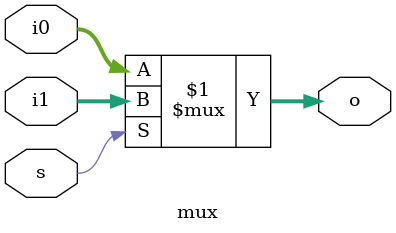
<source format=sv>
module mux
#(
parameter BITS=32
)
(
input s,
input [BITS-1:0] i0,
input [BITS-1:0] i1,
output [BITS-1:0] o
);

assign o = s ? i1 : i0;

endmodule

</source>
